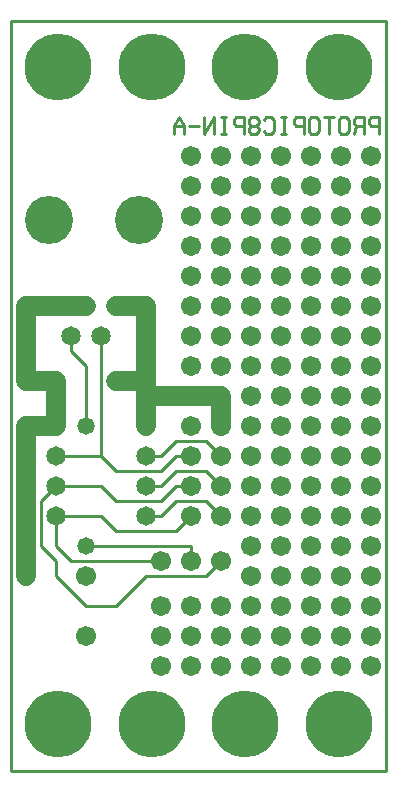
<source format=gbl>
%MOIN*%
%FSLAX25Y25*%
G04 D10 used for Character Trace; *
G04     Circle (OD=.01000) (No hole)*
G04 D11 used for Power Trace; *
G04     Circle (OD=.06700) (No hole)*
G04 D12 used for Signal Trace; *
G04     Circle (OD=.01100) (No hole)*
G04 D13 used for Via; *
G04     Circle (OD=.05800) (Round. Hole ID=.02800)*
G04 D14 used for Component hole; *
G04     Circle (OD=.06500) (Round. Hole ID=.03500)*
G04 D15 used for Component hole; *
G04     Circle (OD=.06700) (Round. Hole ID=.04300)*
G04 D16 used for Component hole; *
G04     Circle (OD=.08100) (Round. Hole ID=.05100)*
G04 D17 used for Component hole; *
G04     Circle (OD=.08900) (Round. Hole ID=.05900)*
G04 D18 used for Component hole; *
G04     Circle (OD=.11300) (Round. Hole ID=.08300)*
G04 D19 used for Component hole; *
G04     Circle (OD=.16000) (Round. Hole ID=.13000)*
G04 D20 used for Component hole; *
G04     Circle (OD=.18300) (Round. Hole ID=.15300)*
G04 D21 used for Component hole; *
G04     Circle (OD=.22291) (Round. Hole ID=.19291)*
%ADD10C,.01000*%
%ADD11C,.06700*%
%ADD12C,.01100*%
%ADD13C,.05800*%
%ADD14C,.06500*%
%ADD15C,.06700*%
%ADD16C,.08100*%
%ADD17C,.08900*%
%ADD18C,.11300*%
%ADD19C,.16000*%
%ADD20C,.18300*%
%ADD21C,.22291*%
%IPPOS*%
%LPD*%
G90*X0Y0D02*D21*X15625Y15625D03*D15*              
X25000Y45000D03*D21*X46875Y15625D03*D15*          
X50000Y35000D03*Y45000D03*Y55000D03*D12*X25000D02*
X35000D01*X25000D02*X15000Y65000D01*Y70000D01*    
X10000Y75000D01*Y90000D01*X15000Y95000D01*D14*D03*
D12*X30000D01*X35000Y90000D01*X50000D01*          
X55000Y95000D01*X60000D01*D15*D03*D12*            
X70000Y85000D02*X65000Y90000D01*D15*              
X70000Y85000D03*D12*X55000Y90000D02*X65000D01*    
X50000Y85000D02*X55000Y90000D01*X45000Y85000D02*  
X50000D01*D14*X45000D03*D12*X35000Y80000D02*      
X55000D01*X35000D02*X30000Y85000D01*X15000D01*D14*
D03*D12*Y75000D01*X20000Y70000D01*X50000D01*D15*  
D03*D12*X35000Y55000D02*X45000Y65000D01*X65000D01*
X70000Y70000D01*D15*D03*X80000Y65000D03*D12*      
X60000Y70000D02*Y75000D01*D15*Y70000D03*D12*      
X25000Y75000D02*X60000D01*D13*X25000D03*D15*      
Y65000D03*D14*X45000Y95000D03*D12*X50000D01*      
X55000Y100000D01*X65000D01*X70000Y95000D01*D15*   
D03*X80000Y85000D03*Y105000D03*X60000D03*D12*     
X55000D01*X50000Y100000D01*X35000D01*             
X30000Y105000D01*X15000D01*D14*D03*D13*           
X25000Y115000D03*D12*Y135000D01*X20000Y140000D01* 
Y145000D01*D14*D03*X25000Y155000D03*D11*X5000D01* 
Y130000D01*X15000D01*D14*D03*D11*Y115000D01*D14*  
D03*D11*X5000D01*Y65000D01*D14*D03*               
X45000Y105000D03*D12*X50000D01*X55000Y110000D01*  
X65000D01*X70000Y105000D01*D15*D03*               
X80000Y95000D03*Y115000D03*X60000D03*X70000D03*   
D11*Y125000D01*X45000D01*Y115000D01*D14*D03*D11*  
Y125000D02*Y130000D01*X35000D01*D14*D03*D11*      
X45000D02*Y155000D01*X35000D01*D14*D03*           
X30000Y145000D03*D12*Y105000D01*X55000Y80000D02*  
X60000Y85000D01*D15*D03*X80000Y75000D03*          
X90000Y55000D03*Y115000D03*Y65000D03*Y75000D03*   
Y85000D03*X60000Y55000D03*X90000Y95000D03*        
X70000Y55000D03*X90000Y105000D03*X80000Y55000D03* 
X100000Y45000D03*Y125000D03*Y55000D03*            
X90000Y125000D03*X100000Y65000D03*                
X80000Y125000D03*X100000Y75000D03*Y85000D03*      
X60000Y45000D03*X100000Y95000D03*X70000Y45000D03* 
X100000Y105000D03*X80000Y45000D03*                
X100000Y115000D03*X90000Y45000D03*                
X110000Y35000D03*Y135000D03*Y45000D03*            
X100000Y135000D03*X110000Y55000D03*               
X90000Y135000D03*X110000Y65000D03*                
X80000Y135000D03*X110000Y75000D03*                
X70000Y135000D03*X110000Y85000D03*                
X60000Y135000D03*Y35000D03*X110000Y95000D03*      
X70000Y35000D03*X110000Y105000D03*X80000Y35000D03*
X110000Y115000D03*X90000Y35000D03*                
X110000Y125000D03*X100000Y35000D03*               
X120000Y145000D03*Y35000D03*X110000Y145000D03*    
X120000Y45000D03*X100000Y145000D03*               
X120000Y55000D03*X90000Y145000D03*                
X120000Y65000D03*X80000Y145000D03*                
X120000Y75000D03*X70000Y145000D03*                
X120000Y85000D03*X60000Y145000D03*                
X120000Y95000D03*Y105000D03*Y115000D03*Y125000D03*
Y135000D03*Y155000D03*X110000D03*X100000D03*      
X90000D03*X80000D03*X70000D03*X60000D03*D21*      
X78125Y15625D03*X109375D03*D15*X120000Y165000D03* 
X110000D03*X100000D03*X90000D03*X80000D03*        
X70000D03*X60000D03*D12*X0Y0D02*X125000D01*       
Y250000D01*X0D01*Y0D01*D15*X120000Y175000D03*     
X110000D03*X100000D03*X90000D03*X80000D03*        
X70000D03*X60000D03*X120000Y185000D03*X110000D03* 
X100000D03*X90000D03*X80000D03*X70000D03*         
X60000D03*D19*X42500Y183500D03*X12500D03*D15*     
X120000Y195000D03*X110000D03*X100000D03*X90000D03*
X80000D03*X70000D03*X60000D03*X120000Y205000D03*  
X110000D03*X100000D03*X90000D03*X80000D03*        
X70000D03*X60000D03*D10*X122511Y212129D02*        
Y217871D01*X120000D01*X119163Y216914D01*          
Y215957D01*X120000Y215000D01*X122511D01*          
X117511Y212129D02*Y217871D01*X115000D01*          
X114163Y216914D01*Y215957D01*X115000Y215000D01*   
X117511D01*X115000D02*X114163Y212129D01*          
X109163Y213086D02*X110000Y212129D01*X111674D01*   
X112511Y213086D01*Y216914D01*X111674Y217871D01*   
X110000D01*X109163Y216914D01*Y213086D01*          
X105837Y212129D02*Y217871D01*X107511D02*          
X104163D01*X99163Y213086D02*X100000Y212129D01*    
X101674D01*X102511Y213086D01*Y216914D01*          
X101674Y217871D01*X100000D01*X99163Y216914D01*    
Y213086D01*X97511Y212129D02*Y217871D01*X95000D01* 
X94163Y216914D01*Y215957D01*X95000Y215000D01*     
X97511D01*X90837Y212129D02*Y217871D01*            
X91674Y212129D02*X90000D01*X91674Y217871D02*      
X90000D01*X84163Y213086D02*X85000Y212129D01*      
X86674D01*X87511Y213086D01*Y216914D01*            
X86674Y217871D01*X85000D01*X84163Y216914D01*      
X81674Y215000D02*X82511Y215957D01*Y216914D01*     
X81674Y217871D01*X80000D01*X79163Y216914D01*      
Y215957D01*X80000Y215000D01*X81674D01*            
X82511Y214043D01*Y213086D01*X81674Y212129D01*     
X80000D01*X79163Y213086D01*Y214043D01*            
X80000Y215000D01*X77511Y212129D02*Y217871D01*     
X75000D01*X74163Y216914D01*Y215957D01*            
X75000Y215000D01*X77511D01*X70837Y212129D02*      
Y217871D01*X71674Y212129D02*X70000D01*            
X71674Y217871D02*X70000D01*X67511Y212129D02*      
Y217871D01*X64163Y212129D01*Y217871D01*           
X62511Y215000D02*X59163D01*X57511Y212129D02*      
Y215000D01*X55837Y217871D01*X54163Y215000D01*     
Y212129D01*X57511Y215000D02*X54163D01*D21*        
X109375Y234375D03*X78125D03*X46875D03*X15625D03*  
M02*                                              

</source>
